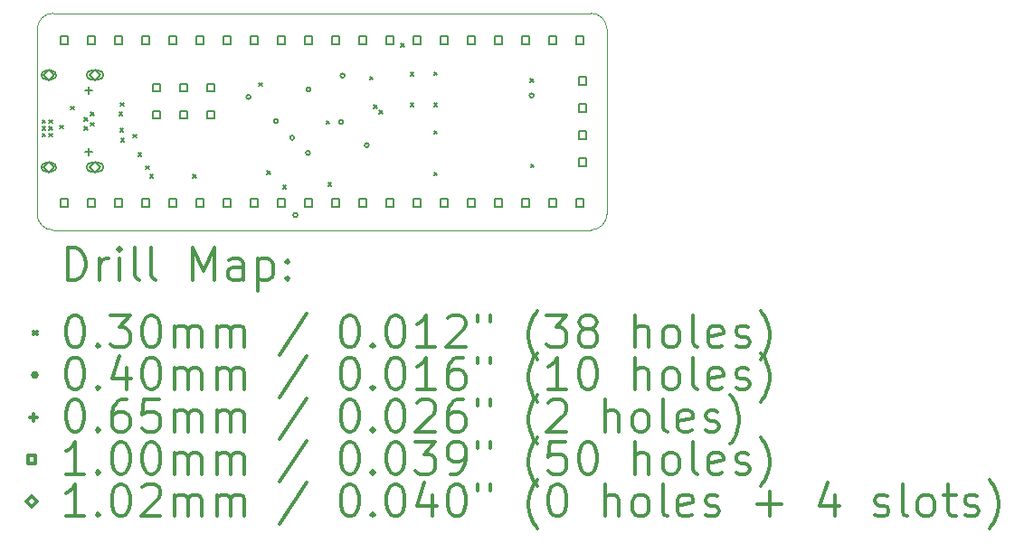
<source format=gbr>
%FSLAX45Y45*%
G04 Gerber Fmt 4.5, Leading zero omitted, Abs format (unit mm)*
G04 Created by KiCad (PCBNEW (5.1.2-1)-1) date 2020-03-21 18:46:47*
%MOMM*%
%LPD*%
G04 APERTURE LIST*
%ADD10C,0.050000*%
%ADD11C,0.200000*%
%ADD12C,0.300000*%
G04 APERTURE END LIST*
D10*
X1422400Y-3302000D02*
G75*
G02X1270000Y-3149600I-1588J150812D01*
G01*
X6451600Y-1270000D02*
G75*
G02X6604000Y-1422400I0J-152400D01*
G01*
X1270000Y-1422400D02*
G75*
G02X1422400Y-1270000I152400J0D01*
G01*
X6604000Y-3149600D02*
G75*
G02X6451600Y-3302000I-152400J0D01*
G01*
X1270000Y-3149600D02*
X1270000Y-1422400D01*
X6451600Y-3302000D02*
X1422400Y-3302000D01*
X6604000Y-1422400D02*
X6604000Y-3149600D01*
X1422400Y-1270000D02*
X6451600Y-1270000D01*
D11*
X1318500Y-2271000D02*
X1348500Y-2301000D01*
X1348500Y-2271000D02*
X1318500Y-2301000D01*
X1318500Y-2334500D02*
X1348500Y-2364500D01*
X1348500Y-2334500D02*
X1318500Y-2364500D01*
X1318500Y-2398000D02*
X1348500Y-2428000D01*
X1348500Y-2398000D02*
X1318500Y-2428000D01*
X1382000Y-2271000D02*
X1412000Y-2301000D01*
X1412000Y-2271000D02*
X1382000Y-2301000D01*
X1382000Y-2334500D02*
X1412000Y-2364500D01*
X1412000Y-2334500D02*
X1382000Y-2364500D01*
X1382000Y-2398000D02*
X1412000Y-2428000D01*
X1412000Y-2398000D02*
X1382000Y-2428000D01*
X1483600Y-2321800D02*
X1513600Y-2351800D01*
X1513600Y-2321800D02*
X1483600Y-2351800D01*
X1585200Y-2144000D02*
X1615200Y-2174000D01*
X1615200Y-2144000D02*
X1585200Y-2174000D01*
X1710974Y-2335026D02*
X1740974Y-2365026D01*
X1740974Y-2335026D02*
X1710974Y-2365026D01*
X1712050Y-2246950D02*
X1742050Y-2276950D01*
X1742050Y-2246950D02*
X1712050Y-2276950D01*
X1772000Y-2197000D02*
X1802000Y-2227000D01*
X1802000Y-2197000D02*
X1772000Y-2227000D01*
X1772511Y-2296119D02*
X1802511Y-2326119D01*
X1802511Y-2296119D02*
X1772511Y-2326119D01*
X2039000Y-2196000D02*
X2069000Y-2226000D01*
X2069000Y-2196000D02*
X2039000Y-2226000D01*
X2045000Y-2350000D02*
X2075000Y-2380000D01*
X2075000Y-2350000D02*
X2045000Y-2380000D01*
X2050001Y-2110000D02*
X2080001Y-2140000D01*
X2080001Y-2110000D02*
X2050001Y-2140000D01*
X2055000Y-2445000D02*
X2085000Y-2475000D01*
X2085000Y-2445000D02*
X2055000Y-2475000D01*
X2170000Y-2405000D02*
X2200000Y-2435000D01*
X2200000Y-2405000D02*
X2170000Y-2435000D01*
X2215000Y-2580000D02*
X2245000Y-2610000D01*
X2245000Y-2580000D02*
X2215000Y-2610000D01*
X2286637Y-2700941D02*
X2316637Y-2730941D01*
X2316637Y-2700941D02*
X2286637Y-2730941D01*
X2324000Y-2784000D02*
X2354000Y-2814000D01*
X2354000Y-2784000D02*
X2324000Y-2814000D01*
X2726000Y-2783000D02*
X2756000Y-2813000D01*
X2756000Y-2783000D02*
X2726000Y-2813000D01*
X3343684Y-1924316D02*
X3373684Y-1954316D01*
X3373684Y-1924316D02*
X3343684Y-1954316D01*
X3421861Y-2748861D02*
X3451861Y-2778861D01*
X3451861Y-2748861D02*
X3421861Y-2778861D01*
X3572000Y-2882000D02*
X3602000Y-2912000D01*
X3602000Y-2882000D02*
X3572000Y-2912000D01*
X3975734Y-2277587D02*
X4005734Y-2307587D01*
X4005734Y-2277587D02*
X3975734Y-2307587D01*
X3993437Y-2858375D02*
X4023437Y-2888375D01*
X4023437Y-2858375D02*
X3993437Y-2888375D01*
X4385000Y-1865000D02*
X4415000Y-1895000D01*
X4415000Y-1865000D02*
X4385000Y-1895000D01*
X4420000Y-2130000D02*
X4450000Y-2160000D01*
X4450000Y-2130000D02*
X4420000Y-2160000D01*
X4472995Y-2179768D02*
X4502995Y-2209768D01*
X4502995Y-2179768D02*
X4472995Y-2209768D01*
X4675979Y-1555382D02*
X4705979Y-1585382D01*
X4705979Y-1555382D02*
X4675979Y-1585382D01*
X4765000Y-1825000D02*
X4795000Y-1855000D01*
X4795000Y-1825000D02*
X4765000Y-1855000D01*
X4765000Y-2115000D02*
X4795000Y-2145000D01*
X4795000Y-2115000D02*
X4765000Y-2145000D01*
X4985000Y-1820000D02*
X5015000Y-1850000D01*
X5015000Y-1820000D02*
X4985000Y-1850000D01*
X4985000Y-2115000D02*
X5015000Y-2145000D01*
X5015000Y-2115000D02*
X4985000Y-2145000D01*
X4985000Y-2370000D02*
X5015000Y-2400000D01*
X5015000Y-2370000D02*
X4985000Y-2400000D01*
X4985000Y-2762949D02*
X5015000Y-2792949D01*
X5015000Y-2762949D02*
X4985000Y-2792949D01*
X5885000Y-1885000D02*
X5915000Y-1915000D01*
X5915000Y-1885000D02*
X5885000Y-1915000D01*
X5890000Y-2685000D02*
X5920000Y-2715000D01*
X5920000Y-2685000D02*
X5890000Y-2715000D01*
X3268281Y-2054719D02*
G75*
G03X3268281Y-2054719I-20000J0D01*
G01*
X3525000Y-2280000D02*
G75*
G03X3525000Y-2280000I-20000J0D01*
G01*
X3677000Y-2437000D02*
G75*
G03X3677000Y-2437000I-20000J0D01*
G01*
X3707000Y-3162000D02*
G75*
G03X3707000Y-3162000I-20000J0D01*
G01*
X3825000Y-2580000D02*
G75*
G03X3825000Y-2580000I-20000J0D01*
G01*
X3830000Y-1985000D02*
G75*
G03X3830000Y-1985000I-20000J0D01*
G01*
X4135000Y-2290000D02*
G75*
G03X4135000Y-2290000I-20000J0D01*
G01*
X4149281Y-1854281D02*
G75*
G03X4149281Y-1854281I-20000J0D01*
G01*
X4374963Y-2507037D02*
G75*
G03X4374963Y-2507037I-20000J0D01*
G01*
X5917562Y-2039937D02*
G75*
G03X5917562Y-2039937I-20000J0D01*
G01*
X1750220Y-1959700D02*
X1750220Y-2024700D01*
X1717720Y-1992200D02*
X1782720Y-1992200D01*
X1750220Y-2536700D02*
X1750220Y-2601700D01*
X1717720Y-2569200D02*
X1782720Y-2569200D01*
X6409168Y-1940356D02*
X6409168Y-1869644D01*
X6338457Y-1869644D01*
X6338457Y-1940356D01*
X6409168Y-1940356D01*
X6409168Y-2194356D02*
X6409168Y-2123644D01*
X6338457Y-2123644D01*
X6338457Y-2194356D01*
X6409168Y-2194356D01*
X6409168Y-2448356D02*
X6409168Y-2377644D01*
X6338457Y-2377644D01*
X6338457Y-2448356D01*
X6409168Y-2448356D01*
X6409168Y-2702356D02*
X6409168Y-2631644D01*
X6338457Y-2631644D01*
X6338457Y-2702356D01*
X6409168Y-2702356D01*
X1559356Y-3083356D02*
X1559356Y-3012644D01*
X1488644Y-3012644D01*
X1488644Y-3083356D01*
X1559356Y-3083356D01*
X1813356Y-3083356D02*
X1813356Y-3012644D01*
X1742644Y-3012644D01*
X1742644Y-3083356D01*
X1813356Y-3083356D01*
X2067356Y-3083356D02*
X2067356Y-3012644D01*
X1996644Y-3012644D01*
X1996644Y-3083356D01*
X2067356Y-3083356D01*
X2321356Y-3083356D02*
X2321356Y-3012644D01*
X2250644Y-3012644D01*
X2250644Y-3083356D01*
X2321356Y-3083356D01*
X2575356Y-3083356D02*
X2575356Y-3012644D01*
X2504644Y-3012644D01*
X2504644Y-3083356D01*
X2575356Y-3083356D01*
X2829356Y-3083356D02*
X2829356Y-3012644D01*
X2758644Y-3012644D01*
X2758644Y-3083356D01*
X2829356Y-3083356D01*
X3083356Y-3083356D02*
X3083356Y-3012644D01*
X3012644Y-3012644D01*
X3012644Y-3083356D01*
X3083356Y-3083356D01*
X3337356Y-3083356D02*
X3337356Y-3012644D01*
X3266644Y-3012644D01*
X3266644Y-3083356D01*
X3337356Y-3083356D01*
X3591356Y-3083356D02*
X3591356Y-3012644D01*
X3520644Y-3012644D01*
X3520644Y-3083356D01*
X3591356Y-3083356D01*
X3845356Y-3083356D02*
X3845356Y-3012644D01*
X3774644Y-3012644D01*
X3774644Y-3083356D01*
X3845356Y-3083356D01*
X4099356Y-3083356D02*
X4099356Y-3012644D01*
X4028644Y-3012644D01*
X4028644Y-3083356D01*
X4099356Y-3083356D01*
X4353356Y-3083356D02*
X4353356Y-3012644D01*
X4282644Y-3012644D01*
X4282644Y-3083356D01*
X4353356Y-3083356D01*
X4607356Y-3083356D02*
X4607356Y-3012644D01*
X4536644Y-3012644D01*
X4536644Y-3083356D01*
X4607356Y-3083356D01*
X4861356Y-3083356D02*
X4861356Y-3012644D01*
X4790644Y-3012644D01*
X4790644Y-3083356D01*
X4861356Y-3083356D01*
X5115356Y-3083356D02*
X5115356Y-3012644D01*
X5044644Y-3012644D01*
X5044644Y-3083356D01*
X5115356Y-3083356D01*
X5369356Y-3083356D02*
X5369356Y-3012644D01*
X5298644Y-3012644D01*
X5298644Y-3083356D01*
X5369356Y-3083356D01*
X5623356Y-3083356D02*
X5623356Y-3012644D01*
X5552644Y-3012644D01*
X5552644Y-3083356D01*
X5623356Y-3083356D01*
X5877356Y-3083356D02*
X5877356Y-3012644D01*
X5806644Y-3012644D01*
X5806644Y-3083356D01*
X5877356Y-3083356D01*
X6131356Y-3083356D02*
X6131356Y-3012644D01*
X6060644Y-3012644D01*
X6060644Y-3083356D01*
X6131356Y-3083356D01*
X6385356Y-3083356D02*
X6385356Y-3012644D01*
X6314644Y-3012644D01*
X6314644Y-3083356D01*
X6385356Y-3083356D01*
X2422956Y-2003856D02*
X2422956Y-1933144D01*
X2352244Y-1933144D01*
X2352244Y-2003856D01*
X2422956Y-2003856D01*
X2422956Y-2257856D02*
X2422956Y-2187144D01*
X2352244Y-2187144D01*
X2352244Y-2257856D01*
X2422956Y-2257856D01*
X2676956Y-2003856D02*
X2676956Y-1933144D01*
X2606244Y-1933144D01*
X2606244Y-2003856D01*
X2676956Y-2003856D01*
X2676956Y-2257856D02*
X2676956Y-2187144D01*
X2606244Y-2187144D01*
X2606244Y-2257856D01*
X2676956Y-2257856D01*
X2930956Y-2003856D02*
X2930956Y-1933144D01*
X2860244Y-1933144D01*
X2860244Y-2003856D01*
X2930956Y-2003856D01*
X2930956Y-2257856D02*
X2930956Y-2187144D01*
X2860244Y-2187144D01*
X2860244Y-2257856D01*
X2930956Y-2257856D01*
X1559356Y-1559356D02*
X1559356Y-1488644D01*
X1488644Y-1488644D01*
X1488644Y-1559356D01*
X1559356Y-1559356D01*
X1813356Y-1559356D02*
X1813356Y-1488644D01*
X1742644Y-1488644D01*
X1742644Y-1559356D01*
X1813356Y-1559356D01*
X2067356Y-1559356D02*
X2067356Y-1488644D01*
X1996644Y-1488644D01*
X1996644Y-1559356D01*
X2067356Y-1559356D01*
X2321356Y-1559356D02*
X2321356Y-1488644D01*
X2250644Y-1488644D01*
X2250644Y-1559356D01*
X2321356Y-1559356D01*
X2575356Y-1559356D02*
X2575356Y-1488644D01*
X2504644Y-1488644D01*
X2504644Y-1559356D01*
X2575356Y-1559356D01*
X2829356Y-1559356D02*
X2829356Y-1488644D01*
X2758644Y-1488644D01*
X2758644Y-1559356D01*
X2829356Y-1559356D01*
X3083356Y-1559356D02*
X3083356Y-1488644D01*
X3012644Y-1488644D01*
X3012644Y-1559356D01*
X3083356Y-1559356D01*
X3337356Y-1559356D02*
X3337356Y-1488644D01*
X3266644Y-1488644D01*
X3266644Y-1559356D01*
X3337356Y-1559356D01*
X3591356Y-1559356D02*
X3591356Y-1488644D01*
X3520644Y-1488644D01*
X3520644Y-1559356D01*
X3591356Y-1559356D01*
X3845356Y-1559356D02*
X3845356Y-1488644D01*
X3774644Y-1488644D01*
X3774644Y-1559356D01*
X3845356Y-1559356D01*
X4099356Y-1559356D02*
X4099356Y-1488644D01*
X4028644Y-1488644D01*
X4028644Y-1559356D01*
X4099356Y-1559356D01*
X4353356Y-1559356D02*
X4353356Y-1488644D01*
X4282644Y-1488644D01*
X4282644Y-1559356D01*
X4353356Y-1559356D01*
X4607356Y-1559356D02*
X4607356Y-1488644D01*
X4536644Y-1488644D01*
X4536644Y-1559356D01*
X4607356Y-1559356D01*
X4861356Y-1559356D02*
X4861356Y-1488644D01*
X4790644Y-1488644D01*
X4790644Y-1559356D01*
X4861356Y-1559356D01*
X5115356Y-1559356D02*
X5115356Y-1488644D01*
X5044644Y-1488644D01*
X5044644Y-1559356D01*
X5115356Y-1559356D01*
X5369356Y-1559356D02*
X5369356Y-1488644D01*
X5298644Y-1488644D01*
X5298644Y-1559356D01*
X5369356Y-1559356D01*
X5623356Y-1559356D02*
X5623356Y-1488644D01*
X5552644Y-1488644D01*
X5552644Y-1559356D01*
X5623356Y-1559356D01*
X5877356Y-1559356D02*
X5877356Y-1488644D01*
X5806644Y-1488644D01*
X5806644Y-1559356D01*
X5877356Y-1559356D01*
X6131356Y-1559356D02*
X6131356Y-1488644D01*
X6060644Y-1488644D01*
X6060644Y-1559356D01*
X6131356Y-1559356D01*
X6385356Y-1559356D02*
X6385356Y-1488644D01*
X6314644Y-1488644D01*
X6314644Y-1559356D01*
X6385356Y-1559356D01*
X1379220Y-1900000D02*
X1430020Y-1849200D01*
X1379220Y-1798400D01*
X1328420Y-1849200D01*
X1379220Y-1900000D01*
X1407160Y-1808400D02*
X1351280Y-1808400D01*
X1407160Y-1890000D02*
X1351280Y-1890000D01*
X1351280Y-1808400D02*
G75*
G03X1351280Y-1890000I0J-40800D01*
G01*
X1407160Y-1890000D02*
G75*
G03X1407160Y-1808400I0J40800D01*
G01*
X1379220Y-2763600D02*
X1430020Y-2712800D01*
X1379220Y-2662000D01*
X1328420Y-2712800D01*
X1379220Y-2763600D01*
X1407160Y-2672000D02*
X1351280Y-2672000D01*
X1407160Y-2753600D02*
X1351280Y-2753600D01*
X1351280Y-2672000D02*
G75*
G03X1351280Y-2753600I0J-40800D01*
G01*
X1407160Y-2753600D02*
G75*
G03X1407160Y-2672000I0J40800D01*
G01*
X1811020Y-1900000D02*
X1861820Y-1849200D01*
X1811020Y-1798400D01*
X1760220Y-1849200D01*
X1811020Y-1900000D01*
X1849120Y-1808400D02*
X1772920Y-1808400D01*
X1849120Y-1890000D02*
X1772920Y-1890000D01*
X1772920Y-1808400D02*
G75*
G03X1772920Y-1890000I0J-40800D01*
G01*
X1849120Y-1890000D02*
G75*
G03X1849120Y-1808400I0J40800D01*
G01*
X1811020Y-2763600D02*
X1861820Y-2712800D01*
X1811020Y-2662000D01*
X1760220Y-2712800D01*
X1811020Y-2763600D01*
X1849120Y-2672000D02*
X1772920Y-2672000D01*
X1849120Y-2753600D02*
X1772920Y-2753600D01*
X1772920Y-2672000D02*
G75*
G03X1772920Y-2753600I0J-40800D01*
G01*
X1849120Y-2753600D02*
G75*
G03X1849120Y-2672000I0J40800D01*
G01*
D12*
X1553920Y-3770223D02*
X1553920Y-3470223D01*
X1625349Y-3470223D01*
X1668206Y-3484508D01*
X1696777Y-3513080D01*
X1711063Y-3541651D01*
X1725349Y-3598794D01*
X1725349Y-3641651D01*
X1711063Y-3698794D01*
X1696777Y-3727365D01*
X1668206Y-3755937D01*
X1625349Y-3770223D01*
X1553920Y-3770223D01*
X1853920Y-3770223D02*
X1853920Y-3570223D01*
X1853920Y-3627365D02*
X1868206Y-3598794D01*
X1882492Y-3584508D01*
X1911063Y-3570223D01*
X1939634Y-3570223D01*
X2039634Y-3770223D02*
X2039634Y-3570223D01*
X2039634Y-3470223D02*
X2025349Y-3484508D01*
X2039634Y-3498794D01*
X2053920Y-3484508D01*
X2039634Y-3470223D01*
X2039634Y-3498794D01*
X2225349Y-3770223D02*
X2196777Y-3755937D01*
X2182492Y-3727365D01*
X2182492Y-3470223D01*
X2382492Y-3770223D02*
X2353920Y-3755937D01*
X2339634Y-3727365D01*
X2339634Y-3470223D01*
X2725349Y-3770223D02*
X2725349Y-3470223D01*
X2825349Y-3684508D01*
X2925349Y-3470223D01*
X2925349Y-3770223D01*
X3196777Y-3770223D02*
X3196777Y-3613080D01*
X3182492Y-3584508D01*
X3153920Y-3570223D01*
X3096777Y-3570223D01*
X3068206Y-3584508D01*
X3196777Y-3755937D02*
X3168206Y-3770223D01*
X3096777Y-3770223D01*
X3068206Y-3755937D01*
X3053920Y-3727365D01*
X3053920Y-3698794D01*
X3068206Y-3670223D01*
X3096777Y-3655937D01*
X3168206Y-3655937D01*
X3196777Y-3641651D01*
X3339634Y-3570223D02*
X3339634Y-3870223D01*
X3339634Y-3584508D02*
X3368206Y-3570223D01*
X3425349Y-3570223D01*
X3453920Y-3584508D01*
X3468206Y-3598794D01*
X3482492Y-3627365D01*
X3482492Y-3713080D01*
X3468206Y-3741651D01*
X3453920Y-3755937D01*
X3425349Y-3770223D01*
X3368206Y-3770223D01*
X3339634Y-3755937D01*
X3611063Y-3741651D02*
X3625349Y-3755937D01*
X3611063Y-3770223D01*
X3596777Y-3755937D01*
X3611063Y-3741651D01*
X3611063Y-3770223D01*
X3611063Y-3584508D02*
X3625349Y-3598794D01*
X3611063Y-3613080D01*
X3596777Y-3598794D01*
X3611063Y-3584508D01*
X3611063Y-3613080D01*
X1237492Y-4249508D02*
X1267492Y-4279508D01*
X1267492Y-4249508D02*
X1237492Y-4279508D01*
X1611063Y-4100223D02*
X1639634Y-4100223D01*
X1668206Y-4114508D01*
X1682492Y-4128794D01*
X1696777Y-4157365D01*
X1711063Y-4214508D01*
X1711063Y-4285937D01*
X1696777Y-4343080D01*
X1682492Y-4371651D01*
X1668206Y-4385937D01*
X1639634Y-4400223D01*
X1611063Y-4400223D01*
X1582492Y-4385937D01*
X1568206Y-4371651D01*
X1553920Y-4343080D01*
X1539634Y-4285937D01*
X1539634Y-4214508D01*
X1553920Y-4157365D01*
X1568206Y-4128794D01*
X1582492Y-4114508D01*
X1611063Y-4100223D01*
X1839634Y-4371651D02*
X1853920Y-4385937D01*
X1839634Y-4400223D01*
X1825349Y-4385937D01*
X1839634Y-4371651D01*
X1839634Y-4400223D01*
X1953920Y-4100223D02*
X2139634Y-4100223D01*
X2039634Y-4214508D01*
X2082492Y-4214508D01*
X2111063Y-4228794D01*
X2125349Y-4243080D01*
X2139634Y-4271651D01*
X2139634Y-4343080D01*
X2125349Y-4371651D01*
X2111063Y-4385937D01*
X2082492Y-4400223D01*
X1996777Y-4400223D01*
X1968206Y-4385937D01*
X1953920Y-4371651D01*
X2325349Y-4100223D02*
X2353920Y-4100223D01*
X2382492Y-4114508D01*
X2396777Y-4128794D01*
X2411063Y-4157365D01*
X2425349Y-4214508D01*
X2425349Y-4285937D01*
X2411063Y-4343080D01*
X2396777Y-4371651D01*
X2382492Y-4385937D01*
X2353920Y-4400223D01*
X2325349Y-4400223D01*
X2296777Y-4385937D01*
X2282492Y-4371651D01*
X2268206Y-4343080D01*
X2253920Y-4285937D01*
X2253920Y-4214508D01*
X2268206Y-4157365D01*
X2282492Y-4128794D01*
X2296777Y-4114508D01*
X2325349Y-4100223D01*
X2553920Y-4400223D02*
X2553920Y-4200223D01*
X2553920Y-4228794D02*
X2568206Y-4214508D01*
X2596777Y-4200223D01*
X2639634Y-4200223D01*
X2668206Y-4214508D01*
X2682492Y-4243080D01*
X2682492Y-4400223D01*
X2682492Y-4243080D02*
X2696777Y-4214508D01*
X2725349Y-4200223D01*
X2768206Y-4200223D01*
X2796777Y-4214508D01*
X2811063Y-4243080D01*
X2811063Y-4400223D01*
X2953920Y-4400223D02*
X2953920Y-4200223D01*
X2953920Y-4228794D02*
X2968206Y-4214508D01*
X2996777Y-4200223D01*
X3039634Y-4200223D01*
X3068206Y-4214508D01*
X3082492Y-4243080D01*
X3082492Y-4400223D01*
X3082492Y-4243080D02*
X3096777Y-4214508D01*
X3125349Y-4200223D01*
X3168206Y-4200223D01*
X3196777Y-4214508D01*
X3211063Y-4243080D01*
X3211063Y-4400223D01*
X3796777Y-4085937D02*
X3539634Y-4471651D01*
X4182492Y-4100223D02*
X4211063Y-4100223D01*
X4239634Y-4114508D01*
X4253920Y-4128794D01*
X4268206Y-4157365D01*
X4282492Y-4214508D01*
X4282492Y-4285937D01*
X4268206Y-4343080D01*
X4253920Y-4371651D01*
X4239634Y-4385937D01*
X4211063Y-4400223D01*
X4182492Y-4400223D01*
X4153920Y-4385937D01*
X4139634Y-4371651D01*
X4125349Y-4343080D01*
X4111063Y-4285937D01*
X4111063Y-4214508D01*
X4125349Y-4157365D01*
X4139634Y-4128794D01*
X4153920Y-4114508D01*
X4182492Y-4100223D01*
X4411063Y-4371651D02*
X4425349Y-4385937D01*
X4411063Y-4400223D01*
X4396777Y-4385937D01*
X4411063Y-4371651D01*
X4411063Y-4400223D01*
X4611063Y-4100223D02*
X4639634Y-4100223D01*
X4668206Y-4114508D01*
X4682492Y-4128794D01*
X4696777Y-4157365D01*
X4711063Y-4214508D01*
X4711063Y-4285937D01*
X4696777Y-4343080D01*
X4682492Y-4371651D01*
X4668206Y-4385937D01*
X4639634Y-4400223D01*
X4611063Y-4400223D01*
X4582492Y-4385937D01*
X4568206Y-4371651D01*
X4553920Y-4343080D01*
X4539634Y-4285937D01*
X4539634Y-4214508D01*
X4553920Y-4157365D01*
X4568206Y-4128794D01*
X4582492Y-4114508D01*
X4611063Y-4100223D01*
X4996777Y-4400223D02*
X4825349Y-4400223D01*
X4911063Y-4400223D02*
X4911063Y-4100223D01*
X4882492Y-4143080D01*
X4853920Y-4171651D01*
X4825349Y-4185937D01*
X5111063Y-4128794D02*
X5125349Y-4114508D01*
X5153920Y-4100223D01*
X5225349Y-4100223D01*
X5253920Y-4114508D01*
X5268206Y-4128794D01*
X5282492Y-4157365D01*
X5282492Y-4185937D01*
X5268206Y-4228794D01*
X5096777Y-4400223D01*
X5282492Y-4400223D01*
X5396777Y-4100223D02*
X5396777Y-4157365D01*
X5511063Y-4100223D02*
X5511063Y-4157365D01*
X5953920Y-4514508D02*
X5939634Y-4500223D01*
X5911063Y-4457366D01*
X5896777Y-4428794D01*
X5882491Y-4385937D01*
X5868206Y-4314508D01*
X5868206Y-4257366D01*
X5882491Y-4185937D01*
X5896777Y-4143080D01*
X5911063Y-4114508D01*
X5939634Y-4071651D01*
X5953920Y-4057365D01*
X6039634Y-4100223D02*
X6225349Y-4100223D01*
X6125349Y-4214508D01*
X6168206Y-4214508D01*
X6196777Y-4228794D01*
X6211063Y-4243080D01*
X6225349Y-4271651D01*
X6225349Y-4343080D01*
X6211063Y-4371651D01*
X6196777Y-4385937D01*
X6168206Y-4400223D01*
X6082491Y-4400223D01*
X6053920Y-4385937D01*
X6039634Y-4371651D01*
X6396777Y-4228794D02*
X6368206Y-4214508D01*
X6353920Y-4200223D01*
X6339634Y-4171651D01*
X6339634Y-4157365D01*
X6353920Y-4128794D01*
X6368206Y-4114508D01*
X6396777Y-4100223D01*
X6453920Y-4100223D01*
X6482491Y-4114508D01*
X6496777Y-4128794D01*
X6511063Y-4157365D01*
X6511063Y-4171651D01*
X6496777Y-4200223D01*
X6482491Y-4214508D01*
X6453920Y-4228794D01*
X6396777Y-4228794D01*
X6368206Y-4243080D01*
X6353920Y-4257366D01*
X6339634Y-4285937D01*
X6339634Y-4343080D01*
X6353920Y-4371651D01*
X6368206Y-4385937D01*
X6396777Y-4400223D01*
X6453920Y-4400223D01*
X6482491Y-4385937D01*
X6496777Y-4371651D01*
X6511063Y-4343080D01*
X6511063Y-4285937D01*
X6496777Y-4257366D01*
X6482491Y-4243080D01*
X6453920Y-4228794D01*
X6868206Y-4400223D02*
X6868206Y-4100223D01*
X6996777Y-4400223D02*
X6996777Y-4243080D01*
X6982492Y-4214508D01*
X6953920Y-4200223D01*
X6911063Y-4200223D01*
X6882492Y-4214508D01*
X6868206Y-4228794D01*
X7182492Y-4400223D02*
X7153920Y-4385937D01*
X7139634Y-4371651D01*
X7125349Y-4343080D01*
X7125349Y-4257366D01*
X7139634Y-4228794D01*
X7153920Y-4214508D01*
X7182492Y-4200223D01*
X7225349Y-4200223D01*
X7253920Y-4214508D01*
X7268206Y-4228794D01*
X7282492Y-4257366D01*
X7282492Y-4343080D01*
X7268206Y-4371651D01*
X7253920Y-4385937D01*
X7225349Y-4400223D01*
X7182492Y-4400223D01*
X7453920Y-4400223D02*
X7425349Y-4385937D01*
X7411063Y-4357366D01*
X7411063Y-4100223D01*
X7682492Y-4385937D02*
X7653920Y-4400223D01*
X7596777Y-4400223D01*
X7568206Y-4385937D01*
X7553920Y-4357366D01*
X7553920Y-4243080D01*
X7568206Y-4214508D01*
X7596777Y-4200223D01*
X7653920Y-4200223D01*
X7682492Y-4214508D01*
X7696777Y-4243080D01*
X7696777Y-4271651D01*
X7553920Y-4300223D01*
X7811063Y-4385937D02*
X7839634Y-4400223D01*
X7896777Y-4400223D01*
X7925349Y-4385937D01*
X7939634Y-4357366D01*
X7939634Y-4343080D01*
X7925349Y-4314508D01*
X7896777Y-4300223D01*
X7853920Y-4300223D01*
X7825349Y-4285937D01*
X7811063Y-4257366D01*
X7811063Y-4243080D01*
X7825349Y-4214508D01*
X7853920Y-4200223D01*
X7896777Y-4200223D01*
X7925349Y-4214508D01*
X8039634Y-4514508D02*
X8053920Y-4500223D01*
X8082492Y-4457366D01*
X8096777Y-4428794D01*
X8111063Y-4385937D01*
X8125349Y-4314508D01*
X8125349Y-4257366D01*
X8111063Y-4185937D01*
X8096777Y-4143080D01*
X8082492Y-4114508D01*
X8053920Y-4071651D01*
X8039634Y-4057365D01*
X1267492Y-4660508D02*
G75*
G03X1267492Y-4660508I-20000J0D01*
G01*
X1611063Y-4496223D02*
X1639634Y-4496223D01*
X1668206Y-4510508D01*
X1682492Y-4524794D01*
X1696777Y-4553366D01*
X1711063Y-4610508D01*
X1711063Y-4681937D01*
X1696777Y-4739080D01*
X1682492Y-4767651D01*
X1668206Y-4781937D01*
X1639634Y-4796223D01*
X1611063Y-4796223D01*
X1582492Y-4781937D01*
X1568206Y-4767651D01*
X1553920Y-4739080D01*
X1539634Y-4681937D01*
X1539634Y-4610508D01*
X1553920Y-4553366D01*
X1568206Y-4524794D01*
X1582492Y-4510508D01*
X1611063Y-4496223D01*
X1839634Y-4767651D02*
X1853920Y-4781937D01*
X1839634Y-4796223D01*
X1825349Y-4781937D01*
X1839634Y-4767651D01*
X1839634Y-4796223D01*
X2111063Y-4596223D02*
X2111063Y-4796223D01*
X2039634Y-4481937D02*
X1968206Y-4696223D01*
X2153920Y-4696223D01*
X2325349Y-4496223D02*
X2353920Y-4496223D01*
X2382492Y-4510508D01*
X2396777Y-4524794D01*
X2411063Y-4553366D01*
X2425349Y-4610508D01*
X2425349Y-4681937D01*
X2411063Y-4739080D01*
X2396777Y-4767651D01*
X2382492Y-4781937D01*
X2353920Y-4796223D01*
X2325349Y-4796223D01*
X2296777Y-4781937D01*
X2282492Y-4767651D01*
X2268206Y-4739080D01*
X2253920Y-4681937D01*
X2253920Y-4610508D01*
X2268206Y-4553366D01*
X2282492Y-4524794D01*
X2296777Y-4510508D01*
X2325349Y-4496223D01*
X2553920Y-4796223D02*
X2553920Y-4596223D01*
X2553920Y-4624794D02*
X2568206Y-4610508D01*
X2596777Y-4596223D01*
X2639634Y-4596223D01*
X2668206Y-4610508D01*
X2682492Y-4639080D01*
X2682492Y-4796223D01*
X2682492Y-4639080D02*
X2696777Y-4610508D01*
X2725349Y-4596223D01*
X2768206Y-4596223D01*
X2796777Y-4610508D01*
X2811063Y-4639080D01*
X2811063Y-4796223D01*
X2953920Y-4796223D02*
X2953920Y-4596223D01*
X2953920Y-4624794D02*
X2968206Y-4610508D01*
X2996777Y-4596223D01*
X3039634Y-4596223D01*
X3068206Y-4610508D01*
X3082492Y-4639080D01*
X3082492Y-4796223D01*
X3082492Y-4639080D02*
X3096777Y-4610508D01*
X3125349Y-4596223D01*
X3168206Y-4596223D01*
X3196777Y-4610508D01*
X3211063Y-4639080D01*
X3211063Y-4796223D01*
X3796777Y-4481937D02*
X3539634Y-4867651D01*
X4182492Y-4496223D02*
X4211063Y-4496223D01*
X4239634Y-4510508D01*
X4253920Y-4524794D01*
X4268206Y-4553366D01*
X4282492Y-4610508D01*
X4282492Y-4681937D01*
X4268206Y-4739080D01*
X4253920Y-4767651D01*
X4239634Y-4781937D01*
X4211063Y-4796223D01*
X4182492Y-4796223D01*
X4153920Y-4781937D01*
X4139634Y-4767651D01*
X4125349Y-4739080D01*
X4111063Y-4681937D01*
X4111063Y-4610508D01*
X4125349Y-4553366D01*
X4139634Y-4524794D01*
X4153920Y-4510508D01*
X4182492Y-4496223D01*
X4411063Y-4767651D02*
X4425349Y-4781937D01*
X4411063Y-4796223D01*
X4396777Y-4781937D01*
X4411063Y-4767651D01*
X4411063Y-4796223D01*
X4611063Y-4496223D02*
X4639634Y-4496223D01*
X4668206Y-4510508D01*
X4682492Y-4524794D01*
X4696777Y-4553366D01*
X4711063Y-4610508D01*
X4711063Y-4681937D01*
X4696777Y-4739080D01*
X4682492Y-4767651D01*
X4668206Y-4781937D01*
X4639634Y-4796223D01*
X4611063Y-4796223D01*
X4582492Y-4781937D01*
X4568206Y-4767651D01*
X4553920Y-4739080D01*
X4539634Y-4681937D01*
X4539634Y-4610508D01*
X4553920Y-4553366D01*
X4568206Y-4524794D01*
X4582492Y-4510508D01*
X4611063Y-4496223D01*
X4996777Y-4796223D02*
X4825349Y-4796223D01*
X4911063Y-4796223D02*
X4911063Y-4496223D01*
X4882492Y-4539080D01*
X4853920Y-4567651D01*
X4825349Y-4581937D01*
X5253920Y-4496223D02*
X5196777Y-4496223D01*
X5168206Y-4510508D01*
X5153920Y-4524794D01*
X5125349Y-4567651D01*
X5111063Y-4624794D01*
X5111063Y-4739080D01*
X5125349Y-4767651D01*
X5139634Y-4781937D01*
X5168206Y-4796223D01*
X5225349Y-4796223D01*
X5253920Y-4781937D01*
X5268206Y-4767651D01*
X5282492Y-4739080D01*
X5282492Y-4667651D01*
X5268206Y-4639080D01*
X5253920Y-4624794D01*
X5225349Y-4610508D01*
X5168206Y-4610508D01*
X5139634Y-4624794D01*
X5125349Y-4639080D01*
X5111063Y-4667651D01*
X5396777Y-4496223D02*
X5396777Y-4553366D01*
X5511063Y-4496223D02*
X5511063Y-4553366D01*
X5953920Y-4910508D02*
X5939634Y-4896223D01*
X5911063Y-4853366D01*
X5896777Y-4824794D01*
X5882491Y-4781937D01*
X5868206Y-4710508D01*
X5868206Y-4653366D01*
X5882491Y-4581937D01*
X5896777Y-4539080D01*
X5911063Y-4510508D01*
X5939634Y-4467651D01*
X5953920Y-4453366D01*
X6225349Y-4796223D02*
X6053920Y-4796223D01*
X6139634Y-4796223D02*
X6139634Y-4496223D01*
X6111063Y-4539080D01*
X6082491Y-4567651D01*
X6053920Y-4581937D01*
X6411063Y-4496223D02*
X6439634Y-4496223D01*
X6468206Y-4510508D01*
X6482491Y-4524794D01*
X6496777Y-4553366D01*
X6511063Y-4610508D01*
X6511063Y-4681937D01*
X6496777Y-4739080D01*
X6482491Y-4767651D01*
X6468206Y-4781937D01*
X6439634Y-4796223D01*
X6411063Y-4796223D01*
X6382491Y-4781937D01*
X6368206Y-4767651D01*
X6353920Y-4739080D01*
X6339634Y-4681937D01*
X6339634Y-4610508D01*
X6353920Y-4553366D01*
X6368206Y-4524794D01*
X6382491Y-4510508D01*
X6411063Y-4496223D01*
X6868206Y-4796223D02*
X6868206Y-4496223D01*
X6996777Y-4796223D02*
X6996777Y-4639080D01*
X6982492Y-4610508D01*
X6953920Y-4596223D01*
X6911063Y-4596223D01*
X6882492Y-4610508D01*
X6868206Y-4624794D01*
X7182492Y-4796223D02*
X7153920Y-4781937D01*
X7139634Y-4767651D01*
X7125349Y-4739080D01*
X7125349Y-4653366D01*
X7139634Y-4624794D01*
X7153920Y-4610508D01*
X7182492Y-4596223D01*
X7225349Y-4596223D01*
X7253920Y-4610508D01*
X7268206Y-4624794D01*
X7282492Y-4653366D01*
X7282492Y-4739080D01*
X7268206Y-4767651D01*
X7253920Y-4781937D01*
X7225349Y-4796223D01*
X7182492Y-4796223D01*
X7453920Y-4796223D02*
X7425349Y-4781937D01*
X7411063Y-4753366D01*
X7411063Y-4496223D01*
X7682492Y-4781937D02*
X7653920Y-4796223D01*
X7596777Y-4796223D01*
X7568206Y-4781937D01*
X7553920Y-4753366D01*
X7553920Y-4639080D01*
X7568206Y-4610508D01*
X7596777Y-4596223D01*
X7653920Y-4596223D01*
X7682492Y-4610508D01*
X7696777Y-4639080D01*
X7696777Y-4667651D01*
X7553920Y-4696223D01*
X7811063Y-4781937D02*
X7839634Y-4796223D01*
X7896777Y-4796223D01*
X7925349Y-4781937D01*
X7939634Y-4753366D01*
X7939634Y-4739080D01*
X7925349Y-4710508D01*
X7896777Y-4696223D01*
X7853920Y-4696223D01*
X7825349Y-4681937D01*
X7811063Y-4653366D01*
X7811063Y-4639080D01*
X7825349Y-4610508D01*
X7853920Y-4596223D01*
X7896777Y-4596223D01*
X7925349Y-4610508D01*
X8039634Y-4910508D02*
X8053920Y-4896223D01*
X8082492Y-4853366D01*
X8096777Y-4824794D01*
X8111063Y-4781937D01*
X8125349Y-4710508D01*
X8125349Y-4653366D01*
X8111063Y-4581937D01*
X8096777Y-4539080D01*
X8082492Y-4510508D01*
X8053920Y-4467651D01*
X8039634Y-4453366D01*
X1234992Y-5024008D02*
X1234992Y-5089008D01*
X1202492Y-5056508D02*
X1267492Y-5056508D01*
X1611063Y-4892223D02*
X1639634Y-4892223D01*
X1668206Y-4906508D01*
X1682492Y-4920794D01*
X1696777Y-4949366D01*
X1711063Y-5006508D01*
X1711063Y-5077937D01*
X1696777Y-5135080D01*
X1682492Y-5163651D01*
X1668206Y-5177937D01*
X1639634Y-5192223D01*
X1611063Y-5192223D01*
X1582492Y-5177937D01*
X1568206Y-5163651D01*
X1553920Y-5135080D01*
X1539634Y-5077937D01*
X1539634Y-5006508D01*
X1553920Y-4949366D01*
X1568206Y-4920794D01*
X1582492Y-4906508D01*
X1611063Y-4892223D01*
X1839634Y-5163651D02*
X1853920Y-5177937D01*
X1839634Y-5192223D01*
X1825349Y-5177937D01*
X1839634Y-5163651D01*
X1839634Y-5192223D01*
X2111063Y-4892223D02*
X2053920Y-4892223D01*
X2025349Y-4906508D01*
X2011063Y-4920794D01*
X1982492Y-4963651D01*
X1968206Y-5020794D01*
X1968206Y-5135080D01*
X1982492Y-5163651D01*
X1996777Y-5177937D01*
X2025349Y-5192223D01*
X2082492Y-5192223D01*
X2111063Y-5177937D01*
X2125349Y-5163651D01*
X2139634Y-5135080D01*
X2139634Y-5063651D01*
X2125349Y-5035080D01*
X2111063Y-5020794D01*
X2082492Y-5006508D01*
X2025349Y-5006508D01*
X1996777Y-5020794D01*
X1982492Y-5035080D01*
X1968206Y-5063651D01*
X2411063Y-4892223D02*
X2268206Y-4892223D01*
X2253920Y-5035080D01*
X2268206Y-5020794D01*
X2296777Y-5006508D01*
X2368206Y-5006508D01*
X2396777Y-5020794D01*
X2411063Y-5035080D01*
X2425349Y-5063651D01*
X2425349Y-5135080D01*
X2411063Y-5163651D01*
X2396777Y-5177937D01*
X2368206Y-5192223D01*
X2296777Y-5192223D01*
X2268206Y-5177937D01*
X2253920Y-5163651D01*
X2553920Y-5192223D02*
X2553920Y-4992223D01*
X2553920Y-5020794D02*
X2568206Y-5006508D01*
X2596777Y-4992223D01*
X2639634Y-4992223D01*
X2668206Y-5006508D01*
X2682492Y-5035080D01*
X2682492Y-5192223D01*
X2682492Y-5035080D02*
X2696777Y-5006508D01*
X2725349Y-4992223D01*
X2768206Y-4992223D01*
X2796777Y-5006508D01*
X2811063Y-5035080D01*
X2811063Y-5192223D01*
X2953920Y-5192223D02*
X2953920Y-4992223D01*
X2953920Y-5020794D02*
X2968206Y-5006508D01*
X2996777Y-4992223D01*
X3039634Y-4992223D01*
X3068206Y-5006508D01*
X3082492Y-5035080D01*
X3082492Y-5192223D01*
X3082492Y-5035080D02*
X3096777Y-5006508D01*
X3125349Y-4992223D01*
X3168206Y-4992223D01*
X3196777Y-5006508D01*
X3211063Y-5035080D01*
X3211063Y-5192223D01*
X3796777Y-4877937D02*
X3539634Y-5263651D01*
X4182492Y-4892223D02*
X4211063Y-4892223D01*
X4239634Y-4906508D01*
X4253920Y-4920794D01*
X4268206Y-4949366D01*
X4282492Y-5006508D01*
X4282492Y-5077937D01*
X4268206Y-5135080D01*
X4253920Y-5163651D01*
X4239634Y-5177937D01*
X4211063Y-5192223D01*
X4182492Y-5192223D01*
X4153920Y-5177937D01*
X4139634Y-5163651D01*
X4125349Y-5135080D01*
X4111063Y-5077937D01*
X4111063Y-5006508D01*
X4125349Y-4949366D01*
X4139634Y-4920794D01*
X4153920Y-4906508D01*
X4182492Y-4892223D01*
X4411063Y-5163651D02*
X4425349Y-5177937D01*
X4411063Y-5192223D01*
X4396777Y-5177937D01*
X4411063Y-5163651D01*
X4411063Y-5192223D01*
X4611063Y-4892223D02*
X4639634Y-4892223D01*
X4668206Y-4906508D01*
X4682492Y-4920794D01*
X4696777Y-4949366D01*
X4711063Y-5006508D01*
X4711063Y-5077937D01*
X4696777Y-5135080D01*
X4682492Y-5163651D01*
X4668206Y-5177937D01*
X4639634Y-5192223D01*
X4611063Y-5192223D01*
X4582492Y-5177937D01*
X4568206Y-5163651D01*
X4553920Y-5135080D01*
X4539634Y-5077937D01*
X4539634Y-5006508D01*
X4553920Y-4949366D01*
X4568206Y-4920794D01*
X4582492Y-4906508D01*
X4611063Y-4892223D01*
X4825349Y-4920794D02*
X4839634Y-4906508D01*
X4868206Y-4892223D01*
X4939634Y-4892223D01*
X4968206Y-4906508D01*
X4982492Y-4920794D01*
X4996777Y-4949366D01*
X4996777Y-4977937D01*
X4982492Y-5020794D01*
X4811063Y-5192223D01*
X4996777Y-5192223D01*
X5253920Y-4892223D02*
X5196777Y-4892223D01*
X5168206Y-4906508D01*
X5153920Y-4920794D01*
X5125349Y-4963651D01*
X5111063Y-5020794D01*
X5111063Y-5135080D01*
X5125349Y-5163651D01*
X5139634Y-5177937D01*
X5168206Y-5192223D01*
X5225349Y-5192223D01*
X5253920Y-5177937D01*
X5268206Y-5163651D01*
X5282492Y-5135080D01*
X5282492Y-5063651D01*
X5268206Y-5035080D01*
X5253920Y-5020794D01*
X5225349Y-5006508D01*
X5168206Y-5006508D01*
X5139634Y-5020794D01*
X5125349Y-5035080D01*
X5111063Y-5063651D01*
X5396777Y-4892223D02*
X5396777Y-4949366D01*
X5511063Y-4892223D02*
X5511063Y-4949366D01*
X5953920Y-5306508D02*
X5939634Y-5292223D01*
X5911063Y-5249366D01*
X5896777Y-5220794D01*
X5882491Y-5177937D01*
X5868206Y-5106508D01*
X5868206Y-5049366D01*
X5882491Y-4977937D01*
X5896777Y-4935080D01*
X5911063Y-4906508D01*
X5939634Y-4863651D01*
X5953920Y-4849366D01*
X6053920Y-4920794D02*
X6068206Y-4906508D01*
X6096777Y-4892223D01*
X6168206Y-4892223D01*
X6196777Y-4906508D01*
X6211063Y-4920794D01*
X6225349Y-4949366D01*
X6225349Y-4977937D01*
X6211063Y-5020794D01*
X6039634Y-5192223D01*
X6225349Y-5192223D01*
X6582491Y-5192223D02*
X6582491Y-4892223D01*
X6711063Y-5192223D02*
X6711063Y-5035080D01*
X6696777Y-5006508D01*
X6668206Y-4992223D01*
X6625349Y-4992223D01*
X6596777Y-5006508D01*
X6582491Y-5020794D01*
X6896777Y-5192223D02*
X6868206Y-5177937D01*
X6853920Y-5163651D01*
X6839634Y-5135080D01*
X6839634Y-5049366D01*
X6853920Y-5020794D01*
X6868206Y-5006508D01*
X6896777Y-4992223D01*
X6939634Y-4992223D01*
X6968206Y-5006508D01*
X6982492Y-5020794D01*
X6996777Y-5049366D01*
X6996777Y-5135080D01*
X6982492Y-5163651D01*
X6968206Y-5177937D01*
X6939634Y-5192223D01*
X6896777Y-5192223D01*
X7168206Y-5192223D02*
X7139634Y-5177937D01*
X7125349Y-5149366D01*
X7125349Y-4892223D01*
X7396777Y-5177937D02*
X7368206Y-5192223D01*
X7311063Y-5192223D01*
X7282492Y-5177937D01*
X7268206Y-5149366D01*
X7268206Y-5035080D01*
X7282492Y-5006508D01*
X7311063Y-4992223D01*
X7368206Y-4992223D01*
X7396777Y-5006508D01*
X7411063Y-5035080D01*
X7411063Y-5063651D01*
X7268206Y-5092223D01*
X7525349Y-5177937D02*
X7553920Y-5192223D01*
X7611063Y-5192223D01*
X7639634Y-5177937D01*
X7653920Y-5149366D01*
X7653920Y-5135080D01*
X7639634Y-5106508D01*
X7611063Y-5092223D01*
X7568206Y-5092223D01*
X7539634Y-5077937D01*
X7525349Y-5049366D01*
X7525349Y-5035080D01*
X7539634Y-5006508D01*
X7568206Y-4992223D01*
X7611063Y-4992223D01*
X7639634Y-5006508D01*
X7753920Y-5306508D02*
X7768206Y-5292223D01*
X7796777Y-5249366D01*
X7811063Y-5220794D01*
X7825349Y-5177937D01*
X7839634Y-5106508D01*
X7839634Y-5049366D01*
X7825349Y-4977937D01*
X7811063Y-4935080D01*
X7796777Y-4906508D01*
X7768206Y-4863651D01*
X7753920Y-4849366D01*
X1252847Y-5487864D02*
X1252847Y-5417153D01*
X1182136Y-5417153D01*
X1182136Y-5487864D01*
X1252847Y-5487864D01*
X1711063Y-5588223D02*
X1539634Y-5588223D01*
X1625349Y-5588223D02*
X1625349Y-5288223D01*
X1596777Y-5331080D01*
X1568206Y-5359651D01*
X1539634Y-5373937D01*
X1839634Y-5559651D02*
X1853920Y-5573937D01*
X1839634Y-5588223D01*
X1825349Y-5573937D01*
X1839634Y-5559651D01*
X1839634Y-5588223D01*
X2039634Y-5288223D02*
X2068206Y-5288223D01*
X2096777Y-5302508D01*
X2111063Y-5316794D01*
X2125349Y-5345366D01*
X2139634Y-5402508D01*
X2139634Y-5473937D01*
X2125349Y-5531080D01*
X2111063Y-5559651D01*
X2096777Y-5573937D01*
X2068206Y-5588223D01*
X2039634Y-5588223D01*
X2011063Y-5573937D01*
X1996777Y-5559651D01*
X1982492Y-5531080D01*
X1968206Y-5473937D01*
X1968206Y-5402508D01*
X1982492Y-5345366D01*
X1996777Y-5316794D01*
X2011063Y-5302508D01*
X2039634Y-5288223D01*
X2325349Y-5288223D02*
X2353920Y-5288223D01*
X2382492Y-5302508D01*
X2396777Y-5316794D01*
X2411063Y-5345366D01*
X2425349Y-5402508D01*
X2425349Y-5473937D01*
X2411063Y-5531080D01*
X2396777Y-5559651D01*
X2382492Y-5573937D01*
X2353920Y-5588223D01*
X2325349Y-5588223D01*
X2296777Y-5573937D01*
X2282492Y-5559651D01*
X2268206Y-5531080D01*
X2253920Y-5473937D01*
X2253920Y-5402508D01*
X2268206Y-5345366D01*
X2282492Y-5316794D01*
X2296777Y-5302508D01*
X2325349Y-5288223D01*
X2553920Y-5588223D02*
X2553920Y-5388223D01*
X2553920Y-5416794D02*
X2568206Y-5402508D01*
X2596777Y-5388223D01*
X2639634Y-5388223D01*
X2668206Y-5402508D01*
X2682492Y-5431080D01*
X2682492Y-5588223D01*
X2682492Y-5431080D02*
X2696777Y-5402508D01*
X2725349Y-5388223D01*
X2768206Y-5388223D01*
X2796777Y-5402508D01*
X2811063Y-5431080D01*
X2811063Y-5588223D01*
X2953920Y-5588223D02*
X2953920Y-5388223D01*
X2953920Y-5416794D02*
X2968206Y-5402508D01*
X2996777Y-5388223D01*
X3039634Y-5388223D01*
X3068206Y-5402508D01*
X3082492Y-5431080D01*
X3082492Y-5588223D01*
X3082492Y-5431080D02*
X3096777Y-5402508D01*
X3125349Y-5388223D01*
X3168206Y-5388223D01*
X3196777Y-5402508D01*
X3211063Y-5431080D01*
X3211063Y-5588223D01*
X3796777Y-5273937D02*
X3539634Y-5659651D01*
X4182492Y-5288223D02*
X4211063Y-5288223D01*
X4239634Y-5302508D01*
X4253920Y-5316794D01*
X4268206Y-5345366D01*
X4282492Y-5402508D01*
X4282492Y-5473937D01*
X4268206Y-5531080D01*
X4253920Y-5559651D01*
X4239634Y-5573937D01*
X4211063Y-5588223D01*
X4182492Y-5588223D01*
X4153920Y-5573937D01*
X4139634Y-5559651D01*
X4125349Y-5531080D01*
X4111063Y-5473937D01*
X4111063Y-5402508D01*
X4125349Y-5345366D01*
X4139634Y-5316794D01*
X4153920Y-5302508D01*
X4182492Y-5288223D01*
X4411063Y-5559651D02*
X4425349Y-5573937D01*
X4411063Y-5588223D01*
X4396777Y-5573937D01*
X4411063Y-5559651D01*
X4411063Y-5588223D01*
X4611063Y-5288223D02*
X4639634Y-5288223D01*
X4668206Y-5302508D01*
X4682492Y-5316794D01*
X4696777Y-5345366D01*
X4711063Y-5402508D01*
X4711063Y-5473937D01*
X4696777Y-5531080D01*
X4682492Y-5559651D01*
X4668206Y-5573937D01*
X4639634Y-5588223D01*
X4611063Y-5588223D01*
X4582492Y-5573937D01*
X4568206Y-5559651D01*
X4553920Y-5531080D01*
X4539634Y-5473937D01*
X4539634Y-5402508D01*
X4553920Y-5345366D01*
X4568206Y-5316794D01*
X4582492Y-5302508D01*
X4611063Y-5288223D01*
X4811063Y-5288223D02*
X4996777Y-5288223D01*
X4896777Y-5402508D01*
X4939634Y-5402508D01*
X4968206Y-5416794D01*
X4982492Y-5431080D01*
X4996777Y-5459651D01*
X4996777Y-5531080D01*
X4982492Y-5559651D01*
X4968206Y-5573937D01*
X4939634Y-5588223D01*
X4853920Y-5588223D01*
X4825349Y-5573937D01*
X4811063Y-5559651D01*
X5139634Y-5588223D02*
X5196777Y-5588223D01*
X5225349Y-5573937D01*
X5239634Y-5559651D01*
X5268206Y-5516794D01*
X5282492Y-5459651D01*
X5282492Y-5345366D01*
X5268206Y-5316794D01*
X5253920Y-5302508D01*
X5225349Y-5288223D01*
X5168206Y-5288223D01*
X5139634Y-5302508D01*
X5125349Y-5316794D01*
X5111063Y-5345366D01*
X5111063Y-5416794D01*
X5125349Y-5445366D01*
X5139634Y-5459651D01*
X5168206Y-5473937D01*
X5225349Y-5473937D01*
X5253920Y-5459651D01*
X5268206Y-5445366D01*
X5282492Y-5416794D01*
X5396777Y-5288223D02*
X5396777Y-5345366D01*
X5511063Y-5288223D02*
X5511063Y-5345366D01*
X5953920Y-5702508D02*
X5939634Y-5688223D01*
X5911063Y-5645365D01*
X5896777Y-5616794D01*
X5882491Y-5573937D01*
X5868206Y-5502508D01*
X5868206Y-5445366D01*
X5882491Y-5373937D01*
X5896777Y-5331080D01*
X5911063Y-5302508D01*
X5939634Y-5259651D01*
X5953920Y-5245366D01*
X6211063Y-5288223D02*
X6068206Y-5288223D01*
X6053920Y-5431080D01*
X6068206Y-5416794D01*
X6096777Y-5402508D01*
X6168206Y-5402508D01*
X6196777Y-5416794D01*
X6211063Y-5431080D01*
X6225349Y-5459651D01*
X6225349Y-5531080D01*
X6211063Y-5559651D01*
X6196777Y-5573937D01*
X6168206Y-5588223D01*
X6096777Y-5588223D01*
X6068206Y-5573937D01*
X6053920Y-5559651D01*
X6411063Y-5288223D02*
X6439634Y-5288223D01*
X6468206Y-5302508D01*
X6482491Y-5316794D01*
X6496777Y-5345366D01*
X6511063Y-5402508D01*
X6511063Y-5473937D01*
X6496777Y-5531080D01*
X6482491Y-5559651D01*
X6468206Y-5573937D01*
X6439634Y-5588223D01*
X6411063Y-5588223D01*
X6382491Y-5573937D01*
X6368206Y-5559651D01*
X6353920Y-5531080D01*
X6339634Y-5473937D01*
X6339634Y-5402508D01*
X6353920Y-5345366D01*
X6368206Y-5316794D01*
X6382491Y-5302508D01*
X6411063Y-5288223D01*
X6868206Y-5588223D02*
X6868206Y-5288223D01*
X6996777Y-5588223D02*
X6996777Y-5431080D01*
X6982492Y-5402508D01*
X6953920Y-5388223D01*
X6911063Y-5388223D01*
X6882492Y-5402508D01*
X6868206Y-5416794D01*
X7182492Y-5588223D02*
X7153920Y-5573937D01*
X7139634Y-5559651D01*
X7125349Y-5531080D01*
X7125349Y-5445366D01*
X7139634Y-5416794D01*
X7153920Y-5402508D01*
X7182492Y-5388223D01*
X7225349Y-5388223D01*
X7253920Y-5402508D01*
X7268206Y-5416794D01*
X7282492Y-5445366D01*
X7282492Y-5531080D01*
X7268206Y-5559651D01*
X7253920Y-5573937D01*
X7225349Y-5588223D01*
X7182492Y-5588223D01*
X7453920Y-5588223D02*
X7425349Y-5573937D01*
X7411063Y-5545366D01*
X7411063Y-5288223D01*
X7682492Y-5573937D02*
X7653920Y-5588223D01*
X7596777Y-5588223D01*
X7568206Y-5573937D01*
X7553920Y-5545366D01*
X7553920Y-5431080D01*
X7568206Y-5402508D01*
X7596777Y-5388223D01*
X7653920Y-5388223D01*
X7682492Y-5402508D01*
X7696777Y-5431080D01*
X7696777Y-5459651D01*
X7553920Y-5488223D01*
X7811063Y-5573937D02*
X7839634Y-5588223D01*
X7896777Y-5588223D01*
X7925349Y-5573937D01*
X7939634Y-5545366D01*
X7939634Y-5531080D01*
X7925349Y-5502508D01*
X7896777Y-5488223D01*
X7853920Y-5488223D01*
X7825349Y-5473937D01*
X7811063Y-5445366D01*
X7811063Y-5431080D01*
X7825349Y-5402508D01*
X7853920Y-5388223D01*
X7896777Y-5388223D01*
X7925349Y-5402508D01*
X8039634Y-5702508D02*
X8053920Y-5688223D01*
X8082492Y-5645365D01*
X8096777Y-5616794D01*
X8111063Y-5573937D01*
X8125349Y-5502508D01*
X8125349Y-5445366D01*
X8111063Y-5373937D01*
X8096777Y-5331080D01*
X8082492Y-5302508D01*
X8053920Y-5259651D01*
X8039634Y-5245366D01*
X1216692Y-5899308D02*
X1267492Y-5848508D01*
X1216692Y-5797708D01*
X1165892Y-5848508D01*
X1216692Y-5899308D01*
X1711063Y-5984223D02*
X1539634Y-5984223D01*
X1625349Y-5984223D02*
X1625349Y-5684223D01*
X1596777Y-5727080D01*
X1568206Y-5755651D01*
X1539634Y-5769937D01*
X1839634Y-5955651D02*
X1853920Y-5969937D01*
X1839634Y-5984223D01*
X1825349Y-5969937D01*
X1839634Y-5955651D01*
X1839634Y-5984223D01*
X2039634Y-5684223D02*
X2068206Y-5684223D01*
X2096777Y-5698508D01*
X2111063Y-5712794D01*
X2125349Y-5741365D01*
X2139634Y-5798508D01*
X2139634Y-5869937D01*
X2125349Y-5927080D01*
X2111063Y-5955651D01*
X2096777Y-5969937D01*
X2068206Y-5984223D01*
X2039634Y-5984223D01*
X2011063Y-5969937D01*
X1996777Y-5955651D01*
X1982492Y-5927080D01*
X1968206Y-5869937D01*
X1968206Y-5798508D01*
X1982492Y-5741365D01*
X1996777Y-5712794D01*
X2011063Y-5698508D01*
X2039634Y-5684223D01*
X2253920Y-5712794D02*
X2268206Y-5698508D01*
X2296777Y-5684223D01*
X2368206Y-5684223D01*
X2396777Y-5698508D01*
X2411063Y-5712794D01*
X2425349Y-5741365D01*
X2425349Y-5769937D01*
X2411063Y-5812794D01*
X2239634Y-5984223D01*
X2425349Y-5984223D01*
X2553920Y-5984223D02*
X2553920Y-5784223D01*
X2553920Y-5812794D02*
X2568206Y-5798508D01*
X2596777Y-5784223D01*
X2639634Y-5784223D01*
X2668206Y-5798508D01*
X2682492Y-5827080D01*
X2682492Y-5984223D01*
X2682492Y-5827080D02*
X2696777Y-5798508D01*
X2725349Y-5784223D01*
X2768206Y-5784223D01*
X2796777Y-5798508D01*
X2811063Y-5827080D01*
X2811063Y-5984223D01*
X2953920Y-5984223D02*
X2953920Y-5784223D01*
X2953920Y-5812794D02*
X2968206Y-5798508D01*
X2996777Y-5784223D01*
X3039634Y-5784223D01*
X3068206Y-5798508D01*
X3082492Y-5827080D01*
X3082492Y-5984223D01*
X3082492Y-5827080D02*
X3096777Y-5798508D01*
X3125349Y-5784223D01*
X3168206Y-5784223D01*
X3196777Y-5798508D01*
X3211063Y-5827080D01*
X3211063Y-5984223D01*
X3796777Y-5669937D02*
X3539634Y-6055651D01*
X4182492Y-5684223D02*
X4211063Y-5684223D01*
X4239634Y-5698508D01*
X4253920Y-5712794D01*
X4268206Y-5741365D01*
X4282492Y-5798508D01*
X4282492Y-5869937D01*
X4268206Y-5927080D01*
X4253920Y-5955651D01*
X4239634Y-5969937D01*
X4211063Y-5984223D01*
X4182492Y-5984223D01*
X4153920Y-5969937D01*
X4139634Y-5955651D01*
X4125349Y-5927080D01*
X4111063Y-5869937D01*
X4111063Y-5798508D01*
X4125349Y-5741365D01*
X4139634Y-5712794D01*
X4153920Y-5698508D01*
X4182492Y-5684223D01*
X4411063Y-5955651D02*
X4425349Y-5969937D01*
X4411063Y-5984223D01*
X4396777Y-5969937D01*
X4411063Y-5955651D01*
X4411063Y-5984223D01*
X4611063Y-5684223D02*
X4639634Y-5684223D01*
X4668206Y-5698508D01*
X4682492Y-5712794D01*
X4696777Y-5741365D01*
X4711063Y-5798508D01*
X4711063Y-5869937D01*
X4696777Y-5927080D01*
X4682492Y-5955651D01*
X4668206Y-5969937D01*
X4639634Y-5984223D01*
X4611063Y-5984223D01*
X4582492Y-5969937D01*
X4568206Y-5955651D01*
X4553920Y-5927080D01*
X4539634Y-5869937D01*
X4539634Y-5798508D01*
X4553920Y-5741365D01*
X4568206Y-5712794D01*
X4582492Y-5698508D01*
X4611063Y-5684223D01*
X4968206Y-5784223D02*
X4968206Y-5984223D01*
X4896777Y-5669937D02*
X4825349Y-5884223D01*
X5011063Y-5884223D01*
X5182492Y-5684223D02*
X5211063Y-5684223D01*
X5239634Y-5698508D01*
X5253920Y-5712794D01*
X5268206Y-5741365D01*
X5282492Y-5798508D01*
X5282492Y-5869937D01*
X5268206Y-5927080D01*
X5253920Y-5955651D01*
X5239634Y-5969937D01*
X5211063Y-5984223D01*
X5182492Y-5984223D01*
X5153920Y-5969937D01*
X5139634Y-5955651D01*
X5125349Y-5927080D01*
X5111063Y-5869937D01*
X5111063Y-5798508D01*
X5125349Y-5741365D01*
X5139634Y-5712794D01*
X5153920Y-5698508D01*
X5182492Y-5684223D01*
X5396777Y-5684223D02*
X5396777Y-5741365D01*
X5511063Y-5684223D02*
X5511063Y-5741365D01*
X5953920Y-6098508D02*
X5939634Y-6084223D01*
X5911063Y-6041365D01*
X5896777Y-6012794D01*
X5882491Y-5969937D01*
X5868206Y-5898508D01*
X5868206Y-5841365D01*
X5882491Y-5769937D01*
X5896777Y-5727080D01*
X5911063Y-5698508D01*
X5939634Y-5655651D01*
X5953920Y-5641365D01*
X6125349Y-5684223D02*
X6153920Y-5684223D01*
X6182491Y-5698508D01*
X6196777Y-5712794D01*
X6211063Y-5741365D01*
X6225349Y-5798508D01*
X6225349Y-5869937D01*
X6211063Y-5927080D01*
X6196777Y-5955651D01*
X6182491Y-5969937D01*
X6153920Y-5984223D01*
X6125349Y-5984223D01*
X6096777Y-5969937D01*
X6082491Y-5955651D01*
X6068206Y-5927080D01*
X6053920Y-5869937D01*
X6053920Y-5798508D01*
X6068206Y-5741365D01*
X6082491Y-5712794D01*
X6096777Y-5698508D01*
X6125349Y-5684223D01*
X6582491Y-5984223D02*
X6582491Y-5684223D01*
X6711063Y-5984223D02*
X6711063Y-5827080D01*
X6696777Y-5798508D01*
X6668206Y-5784223D01*
X6625349Y-5784223D01*
X6596777Y-5798508D01*
X6582491Y-5812794D01*
X6896777Y-5984223D02*
X6868206Y-5969937D01*
X6853920Y-5955651D01*
X6839634Y-5927080D01*
X6839634Y-5841365D01*
X6853920Y-5812794D01*
X6868206Y-5798508D01*
X6896777Y-5784223D01*
X6939634Y-5784223D01*
X6968206Y-5798508D01*
X6982492Y-5812794D01*
X6996777Y-5841365D01*
X6996777Y-5927080D01*
X6982492Y-5955651D01*
X6968206Y-5969937D01*
X6939634Y-5984223D01*
X6896777Y-5984223D01*
X7168206Y-5984223D02*
X7139634Y-5969937D01*
X7125349Y-5941365D01*
X7125349Y-5684223D01*
X7396777Y-5969937D02*
X7368206Y-5984223D01*
X7311063Y-5984223D01*
X7282492Y-5969937D01*
X7268206Y-5941365D01*
X7268206Y-5827080D01*
X7282492Y-5798508D01*
X7311063Y-5784223D01*
X7368206Y-5784223D01*
X7396777Y-5798508D01*
X7411063Y-5827080D01*
X7411063Y-5855651D01*
X7268206Y-5884223D01*
X7525349Y-5969937D02*
X7553920Y-5984223D01*
X7611063Y-5984223D01*
X7639634Y-5969937D01*
X7653920Y-5941365D01*
X7653920Y-5927080D01*
X7639634Y-5898508D01*
X7611063Y-5884223D01*
X7568206Y-5884223D01*
X7539634Y-5869937D01*
X7525349Y-5841365D01*
X7525349Y-5827080D01*
X7539634Y-5798508D01*
X7568206Y-5784223D01*
X7611063Y-5784223D01*
X7639634Y-5798508D01*
X8011063Y-5869937D02*
X8239634Y-5869937D01*
X8125349Y-5984223D02*
X8125349Y-5755651D01*
X8739634Y-5784223D02*
X8739634Y-5984223D01*
X8668206Y-5669937D02*
X8596777Y-5884223D01*
X8782492Y-5884223D01*
X9111063Y-5969937D02*
X9139634Y-5984223D01*
X9196777Y-5984223D01*
X9225349Y-5969937D01*
X9239634Y-5941365D01*
X9239634Y-5927080D01*
X9225349Y-5898508D01*
X9196777Y-5884223D01*
X9153920Y-5884223D01*
X9125349Y-5869937D01*
X9111063Y-5841365D01*
X9111063Y-5827080D01*
X9125349Y-5798508D01*
X9153920Y-5784223D01*
X9196777Y-5784223D01*
X9225349Y-5798508D01*
X9411063Y-5984223D02*
X9382492Y-5969937D01*
X9368206Y-5941365D01*
X9368206Y-5684223D01*
X9568206Y-5984223D02*
X9539634Y-5969937D01*
X9525349Y-5955651D01*
X9511063Y-5927080D01*
X9511063Y-5841365D01*
X9525349Y-5812794D01*
X9539634Y-5798508D01*
X9568206Y-5784223D01*
X9611063Y-5784223D01*
X9639634Y-5798508D01*
X9653920Y-5812794D01*
X9668206Y-5841365D01*
X9668206Y-5927080D01*
X9653920Y-5955651D01*
X9639634Y-5969937D01*
X9611063Y-5984223D01*
X9568206Y-5984223D01*
X9753920Y-5784223D02*
X9868206Y-5784223D01*
X9796777Y-5684223D02*
X9796777Y-5941365D01*
X9811063Y-5969937D01*
X9839634Y-5984223D01*
X9868206Y-5984223D01*
X9953920Y-5969937D02*
X9982492Y-5984223D01*
X10039634Y-5984223D01*
X10068206Y-5969937D01*
X10082492Y-5941365D01*
X10082492Y-5927080D01*
X10068206Y-5898508D01*
X10039634Y-5884223D01*
X9996777Y-5884223D01*
X9968206Y-5869937D01*
X9953920Y-5841365D01*
X9953920Y-5827080D01*
X9968206Y-5798508D01*
X9996777Y-5784223D01*
X10039634Y-5784223D01*
X10068206Y-5798508D01*
X10182492Y-6098508D02*
X10196777Y-6084223D01*
X10225349Y-6041365D01*
X10239634Y-6012794D01*
X10253920Y-5969937D01*
X10268206Y-5898508D01*
X10268206Y-5841365D01*
X10253920Y-5769937D01*
X10239634Y-5727080D01*
X10225349Y-5698508D01*
X10196777Y-5655651D01*
X10182492Y-5641365D01*
M02*

</source>
